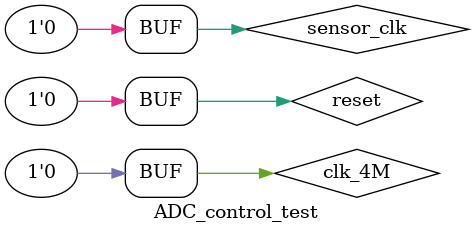
<source format=v>
`timescale 1ns / 1ps


module ADC_control_test;

	// Inputs
	reg Serial_Data_In1;
	reg Serial_Data_In2;
	reg clk_4M;
	reg sensor_clk;
	reg sample_control;
	reg reset;
	
	reg [6:0]cntr;
	reg [4:0]counter;
	reg [11:0]data_storage;
	reg en;


	// Outputs
	wire ADC_clk;
	wire chip_select;
	wire [11:0] Parallel_Data_Out1;
	wire [11:0] Parallel_Data_Out2;
	wire new_Data;
	wire interrupt;

	// Instantiate the Unit Under Test (UUT)
	ADC_control uut (
		.Data1(Serial_Data_In1), 
		.Data2(Serial_Data_In2), 
		.clk_20M(clk_4M), 
		.sensor_clk(sensor_clk), 
		.sample_control(sample_control), 
		.reset(reset), 
		.ADC_clk(ADC_clk), 
		.chip_select(chip_select), 
		.pdata1(Parallel_Data_Out1), 
		.pdata2(Parallel_Data_Out2), 
		.new_Data(new_Data), 
		.interrupt(interrupt)
	);
	
	
	always
	begin
	clk_4M = 1;
	#125;
	clk_4M = 0;
	#125;
	end
	
	always
	begin
	sensor_clk = 1;
	#250;
	sensor_clk = 0;
	#4750;
	end
	
	
	always @(negedge sensor_clk, posedge reset)
	begin
		if(reset)
			cntr <= 0;
		else if(cntr == 128)
			cntr <= 0;
		else if(cntr == 1)
		begin
			sample_control <=1;
			cntr <= cntr+1'b1;
		end
		else
		begin
			cntr <= cntr +1'b1;
			sample_control <= 0;
		end
	end
	
	always @(negedge chip_select)
	begin
		en <=1;
	end

	always @(negedge clk_4M)
	begin
		if(en)
		begin
			if(counter > 12)
			begin
				Serial_Data_In1 <= 0;
				Serial_Data_In2 <= 0;
				counter <= counter-1'b1;
			end
			else 	if(counter > 0)
			begin
				data_storage <= {data_storage[10:0], 1'b0};
				Serial_Data_In1 <= data_storage[11];
				Serial_Data_In2 <= data_storage[11];
				counter <= counter - 1'b1;
			end
			else
			begin
				en <= 0;
				counter <= 16;
				data_storage <= 12'd2557;
			end
		end
	end

	initial begin
		// Initialize Inputs
		Serial_Data_In1 = 0;
		Serial_Data_In2 = 0;
		clk_4M = 0;
		sensor_clk = 0;
		sample_control = 0;
		reset = 0;
		counter = 0;
		cntr = 0;
		data_storage = 0;
		en = 1;

		// Wait 100 ns for global reset to finish
		#100;
				


	end
      
endmodule


</source>
